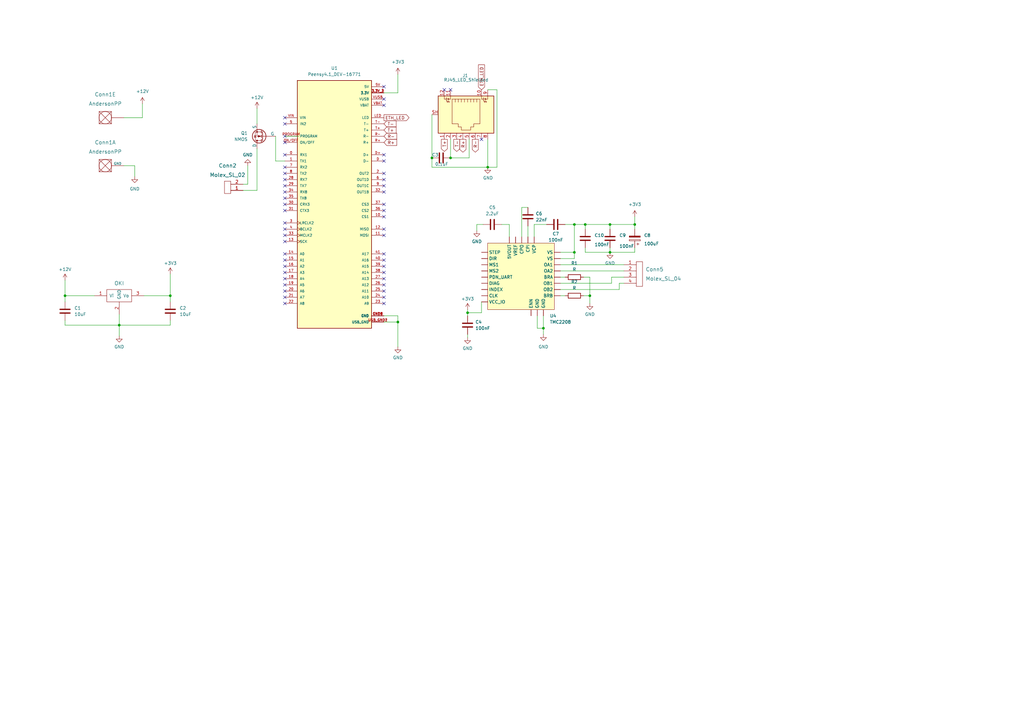
<source format=kicad_sch>
(kicad_sch (version 20230121) (generator eeschema)
  (paper "A3")
  (lib_symbols
    (symbol "Connector:RJ45_LED_Shielded" (pin_names (offset 1.016))
      (property "Reference" "J" (at -5.08 13.97 0))
      (property "Value" "RJ45_LED_Shielded" (at 1.27 13.97 0))
      (symbol "RJ45_LED_Shielded_0_1"
        (polyline (pts (xy -7.62 -7.62) (xy -6.35 -7.62)))
        (polyline (pts (xy -7.62 -5.08) (xy -6.35 -5.08)))
        (polyline (pts (xy -7.62 7.62) (xy -6.35 7.62)))
        (polyline (pts (xy -7.62 10.16) (xy -6.35 10.16)))
        (polyline (pts (xy -6.858 -5.842) (xy -5.842 -5.842)))
        (polyline (pts (xy -6.858 9.398) (xy -5.842 9.398)))
        (polyline (pts (xy -6.35 -7.62) (xy -6.35 -6.858)))
        (polyline (pts (xy -6.35 -5.08) (xy -6.35 -5.842)))
        (polyline (pts (xy -6.35 7.62) (xy -6.35 8.382)))
        (polyline (pts (xy -6.35 10.16) (xy -6.35 9.398)))
        (polyline (pts (xy -5.08 -6.223) (xy -5.207 -6.604)))
        (polyline (pts (xy -5.08 -5.588) (xy -5.207 -5.969)))
        (polyline (pts (xy -5.08 4.445) (xy -6.35 4.445)))
        (polyline (pts (xy -5.08 5.715) (xy -6.35 5.715)))
        (polyline (pts (xy -5.08 9.017) (xy -5.207 8.636)))
        (polyline (pts (xy -5.08 9.652) (xy -5.207 9.271)))
        (polyline (pts (xy -6.35 -3.175) (xy -5.08 -3.175) (xy -5.08 -3.175)))
        (polyline (pts (xy -6.35 -1.905) (xy -5.08 -1.905) (xy -5.08 -1.905)))
        (polyline (pts (xy -6.35 -0.635) (xy -5.08 -0.635) (xy -5.08 -0.635)))
        (polyline (pts (xy -6.35 0.635) (xy -5.08 0.635) (xy -5.08 0.635)))
        (polyline (pts (xy -6.35 1.905) (xy -5.08 1.905) (xy -5.08 1.905)))
        (polyline (pts (xy -5.588 -6.731) (xy -5.08 -6.223) (xy -5.461 -6.35)))
        (polyline (pts (xy -5.588 -6.096) (xy -5.08 -5.588) (xy -5.461 -5.715)))
        (polyline (pts (xy -5.588 8.509) (xy -5.08 9.017) (xy -5.461 8.89)))
        (polyline (pts (xy -5.588 9.144) (xy -5.08 9.652) (xy -5.461 9.525)))
        (polyline (pts (xy -5.08 3.175) (xy -6.35 3.175) (xy -6.35 3.175)))
        (polyline (pts (xy -6.35 -5.842) (xy -6.858 -6.858) (xy -5.842 -6.858) (xy -6.35 -5.842)))
        (polyline (pts (xy -6.35 9.398) (xy -6.858 8.382) (xy -5.842 8.382) (xy -6.35 9.398)))
        (polyline (pts (xy -6.35 -4.445) (xy -6.35 6.985) (xy 3.81 6.985) (xy 3.81 4.445) (xy 5.08 4.445) (xy 5.08 3.175) (xy 6.35 3.175) (xy 6.35 -0.635) (xy 5.08 -0.635) (xy 5.08 -1.905) (xy 3.81 -1.905) (xy 3.81 -4.445) (xy -6.35 -4.445) (xy -6.35 -4.445)))
        (rectangle (start 7.62 12.7) (end -7.62 -10.16) (stroke (width 0.254)) (fill (type background)))
      )
      (symbol "RJ45_LED_Shielded_1_1"
        (pin passive line (at 10.16 -7.62 180) (length 2.54) (name "~") (number "1"))
        (pin passive line (at -10.16 7.62 0) (length 2.54) (name "~") (number "10"))
        (pin passive line (at -10.16 -5.08 0) (length 2.54) (name "~") (number "11"))
        (pin passive line (at -10.16 -7.62 0) (length 2.54) (name "~") (number "12"))
        (pin passive line (at 10.16 -5.08 180) (length 2.54) (name "~") (number "2"))
        (pin passive line (at 10.16 -2.54 180) (length 2.54) (name "~") (number "3"))
        (pin passive line (at 10.16 0 180) (length 2.54) (name "~") (number "4"))
        (pin passive line (at 10.16 2.54 180) (length 2.54) (name "~") (number "5"))
        (pin passive line (at 10.16 5.08 180) (length 2.54) (name "~") (number "6"))
        (pin passive line (at 10.16 7.62 180) (length 2.54) (name "~") (number "7"))
        (pin passive line (at 10.16 10.16 180) (length 2.54) (name "~") (number "8"))
        (pin passive line (at -10.16 10.16 0) (length 2.54) (name "~") (number "9"))
        (pin passive line (at 0 -12.7 90) (length 2.54) (name "~") (number "SH"))
      )
    )
    (symbol "Device:C" (pin_numbers hide) (pin_names (offset 0.254))
      (property "Reference" "C" (at 0.635 2.54 0))
      (property "Value" "C" (at 0.635 -2.54 0))
      (symbol "C_0_1"
        (polyline (pts (xy -2.032 -0.762) (xy 2.032 -0.762)) (stroke (width 0.508)))
        (polyline (pts (xy -2.032 0.762) (xy 2.032 0.762)) (stroke (width 0.508)))
      )
      (symbol "C_1_1"
        (pin passive line (at 0 3.81 270) (length 2.794) (name "~") (number "1"))
        (pin passive line (at 0 -3.81 90) (length 2.794) (name "~") (number "2"))
      )
    )
    (symbol "Device:C_Polarized" (pin_numbers hide) (pin_names (offset 0.254))
      (property "Reference" "C" (at 0.635 2.54 0))
      (property "Value" "C_Polarized" (at 0.635 -2.54 0))
      (symbol "C_Polarized_0_1"
        (rectangle (start -2.286 0.508) (end 2.286 1.016))
        (polyline (pts (xy -1.778 2.286) (xy -0.762 2.286)))
        (polyline (pts (xy -1.27 2.794) (xy -1.27 1.778)))
        (rectangle (start 2.286 -0.508) (end -2.286 -1.016) (fill (type outline)))
      )
      (symbol "C_Polarized_1_1"
        (pin passive line (at 0 3.81 270) (length 2.794) (name "~") (number "1"))
        (pin passive line (at 0 -3.81 90) (length 2.794) (name "~") (number "2"))
      )
    )
    (symbol "Device:R" (pin_numbers hide) (pin_names (offset 0))
      (property "Reference" "R" (at 2.032 0 90))
      (property "Value" "R" (at 0 0 90))
      (symbol "R_0_1"
        (rectangle (start -1.016 -2.54) (end 1.016 2.54) (stroke (width 0.254)))
      )
      (symbol "R_1_1"
        (pin passive line (at 0 3.81 270) (length 1.27) (name "~") (number "1"))
        (pin passive line (at 0 -3.81 90) (length 1.27) (name "~") (number "2"))
      )
    )
    (symbol "MRDT_Connectors:AndersonPP" (pin_numbers hide) (pin_names (offset 0))
      (property "Reference" "Conn" (at 3.81 -1.27 0))
      (property "Value" "AndersonPP" (at 2.54 6.35 0))
      (symbol "AndersonPP_0_1"
        (polyline (pts (xy 0 5.08) (xy 5.08 0)))
        (polyline (pts (xy 5.08 5.08) (xy 0 0)))
        (rectangle (start 0 0) (end 5.08 5.08))
        (circle (center 2.54 2.54) (radius 2.54))
      )
      (symbol "AndersonPP_1_1"
        (pin input line (at 10.16 2.54 180) (length 5.08) (name "GND") (number "1"))
      )
      (symbol "AndersonPP_2_1"
        (pin input line (at 10.16 2.54 180) (length 5.08) (name "V+Log") (number "2"))
      )
      (symbol "AndersonPP_3_1"
        (pin input line (at 10.16 2.54 180) (length 5.08) (name "V+Act") (number "3"))
      )
      (symbol "AndersonPP_4_1"
        (pin input line (at 10.16 2.54 180) (length 5.08) (name "PV+") (number "4"))
      )
      (symbol "AndersonPP_5_1"
        (pin input line (at 10.16 2.54 180) (length 5.08) (name "~") (number "1"))
      )
    )
    (symbol "MRDT_Connectors:Molex_SL_02" (pin_names (offset 1.016))
      (property "Reference" "Conn" (at 3.81 -1.27 0))
      (property "Value" "Molex_SL_02" (at 1.27 6.35 0))
      (symbol "Molex_SL_02_0_1"
        (rectangle (start 0 5.08) (end 2.54 0))
      )
      (symbol "Molex_SL_02_1_1"
        (pin input line (at -5.08 3.81 0) (length 5.08) (name "~") (number "1"))
        (pin input line (at -5.08 1.27 0) (length 5.08) (name "~") (number "2"))
      )
    )
    (symbol "MRDT_Connectors:Molex_SL_04" (pin_names (offset 1.016))
      (property "Reference" "Conn" (at 3.81 -1.27 0))
      (property "Value" "Molex_SL_04" (at 1.27 11.43 0))
      (symbol "Molex_SL_04_0_1"
        (rectangle (start 0 10.16) (end 2.54 0))
      )
      (symbol "Molex_SL_04_1_1"
        (pin input line (at -5.08 8.89 0) (length 5.08) (name "~") (number "1"))
        (pin input line (at -5.08 6.35 0) (length 5.08) (name "~") (number "2"))
        (pin input line (at -5.08 3.81 0) (length 5.08) (name "~") (number "3"))
        (pin input line (at -5.08 1.27 0) (length 5.08) (name "~") (number "4"))
      )
    )
    (symbol "MRDT_Devices:OKI" (pin_names (offset 1.016))
      (property "Value" "OKI" (at 5.08 6.35 0))
      (symbol "OKI_0_1"
        (rectangle (start 0 0) (end 10.16 5.08))
      )
      (symbol "OKI_1_1"
        (pin input line (at -5.08 2.54 0) (length 5.08) (name "Vi") (number "1"))
        (pin output line (at 5.08 -5.08 90) (length 5.08) (name "GND") (number "2"))
        (pin output line (at 15.24 2.54 180) (length 5.08) (name "Vo") (number "3"))
      )
    )
    (symbol "MRDT_Devices:TMC2208"
      (property "Reference" "U?" (at 0 0 0))
      (property "Value" "TMC2208" (at 0 0 0))
      (symbol "TMC2208_1_1"
        (rectangle (start -13.97 13.97) (end 13.335 -13.335) (fill (type background)))
        (pin input line (at -5.08 16.51 270) (length 2.54) (name "5VOUT") (number ""))
        (pin input line (at 15.875 0 180) (length 2.54) (name "BRA") (number ""))
        (pin input line (at 15.875 -7.62 180) (length 2.54) (name "BRB") (number ""))
        (pin input line (at -16.51 -7.62 0) (length 2.54) (name "CLK") (number ""))
        (pin input line (at 2.54 16.51 270) (length 2.54) (name "CPI") (number ""))
        (pin input line (at 0 16.51 270) (length 2.54) (name "CPO") (number ""))
        (pin input line (at -16.51 -2.54 0) (length 2.54) (name "DIAG") (number ""))
        (pin input line (at -16.51 7.62 0) (length 2.54) (name "DIR") (number ""))
        (pin input line (at 3.81 -15.875 90) (length 2.54) (name "ENN") (number ""))
        (pin input line (at 6.35 -15.875 90) (length 2.54) (name "GND") (number ""))
        (pin input line (at 8.89 -15.875 90) (length 2.54) (name "GND") (number ""))
        (pin input line (at -16.51 -5.08 0) (length 2.54) (name "INDEX") (number ""))
        (pin input line (at -16.51 5.08 0) (length 2.54) (name "MS1") (number ""))
        (pin input line (at -16.51 2.54 0) (length 2.54) (name "MS2") (number ""))
        (pin input line (at 15.875 5.08 180) (length 2.54) (name "OA1") (number ""))
        (pin input line (at 15.875 2.54 180) (length 2.54) (name "OA2") (number ""))
        (pin input line (at 15.875 -2.54 180) (length 2.54) (name "OB1") (number ""))
        (pin input line (at 15.875 -5.08 180) (length 2.54) (name "OB2") (number ""))
        (pin input line (at -16.51 0 0) (length 2.54) (name "PDN_UART") (number ""))
        (pin input line (at -16.51 10.16 0) (length 2.54) (name "STEP") (number ""))
        (pin input line (at -16.51 -10.16 0) (length 2.54) (name "VCC_IO") (number ""))
        (pin input line (at 5.08 16.51 270) (length 2.54) (name "VCP") (number ""))
        (pin input line (at -2.54 16.51 270) (length 2.54) (name "VREF") (number ""))
        (pin input line (at 15.875 7.62 180) (length 2.54) (name "VS") (number ""))
        (pin input line (at 15.875 10.16 180) (length 2.54) (name "VS") (number ""))
      )
    )
    (symbol "MRDT_Shields:Teensy4.1_DEV-16771" (pin_names (offset 1.016))
      (property "Reference" "U" (at -15.24 52.07 0))
      (property "Value" "Teensy4.1_DEV-16771" (at -15.24 -53.34 0))
      (symbol "Teensy4.1_DEV-16771_0_0"
        (rectangle (start -15.24 -50.8) (end 15.24 50.8) (stroke (width 0.254)) (fill (type background)))
        (pin bidirectional line (at -20.32 20.32 0) (length 5.08) (name "RX1") (number "0"))
        (pin bidirectional line (at -20.32 17.78 0) (length 5.08) (name "TX1") (number "1"))
        (pin bidirectional line (at 20.32 -5.08 180) (length 5.08) (name "CS1") (number "10"))
        (pin bidirectional line (at 20.32 -12.7 180) (length 5.08) (name "MOSI") (number "11"))
        (pin bidirectional line (at 20.32 -10.16 180) (length 5.08) (name "MISO") (number "12"))
        (pin bidirectional clock (at -20.32 -15.24 0) (length 5.08) (name "SCK") (number "13"))
        (pin bidirectional line (at -20.32 -20.32 0) (length 5.08) (name "A0") (number "14"))
        (pin bidirectional line (at -20.32 -22.86 0) (length 5.08) (name "A1") (number "15"))
        (pin bidirectional line (at -20.32 -25.4 0) (length 5.08) (name "A2") (number "16"))
        (pin bidirectional line (at -20.32 -27.94 0) (length 5.08) (name "A3") (number "17"))
        (pin bidirectional line (at -20.32 -30.48 0) (length 5.08) (name "A4") (number "18"))
        (pin bidirectional line (at -20.32 -33.02 0) (length 5.08) (name "A5") (number "19"))
        (pin output line (at 20.32 12.7 180) (length 5.08) (name "OUT2") (number "2"))
        (pin bidirectional line (at -20.32 -35.56 0) (length 5.08) (name "A6") (number "20"))
        (pin bidirectional line (at -20.32 -38.1 0) (length 5.08) (name "A7") (number "21"))
        (pin bidirectional line (at -20.32 -40.64 0) (length 5.08) (name "A8") (number "22"))
        (pin bidirectional line (at 20.32 -40.64 180) (length 5.08) (name "A9") (number "23"))
        (pin bidirectional line (at 20.32 -38.1 180) (length 5.08) (name "A10") (number "24"))
        (pin bidirectional line (at 20.32 -35.56 180) (length 5.08) (name "A11") (number "25"))
        (pin bidirectional line (at 20.32 -33.02 180) (length 5.08) (name "A12") (number "26"))
        (pin bidirectional line (at 20.32 -30.48 180) (length 5.08) (name "A13") (number "27"))
        (pin bidirectional line (at -20.32 10.16 0) (length 5.08) (name "RX7") (number "28"))
        (pin bidirectional line (at -20.32 7.62 0) (length 5.08) (name "TX7") (number "29"))
        (pin bidirectional clock (at -20.32 -7.62 0) (length 5.08) (name "LRCLK2") (number "3"))
        (pin power_in line (at 20.32 45.72 180) (length 5.08) (name "3.3V") (number "3.3V_1"))
        (pin power_in line (at 20.32 45.72 180) (length 5.08) (name "3.3V") (number "3.3V_2"))
        (pin power_in line (at 20.32 45.72 180) (length 5.08) (name "3.3V") (number "3.3V_3"))
        (pin bidirectional line (at -20.32 0 0) (length 5.08) (name "CRX3") (number "30"))
        (pin bidirectional line (at -20.32 -2.54 0) (length 5.08) (name "CTX3") (number "31"))
        (pin output line (at 20.32 5.08 180) (length 5.08) (name "OUT1B") (number "32"))
        (pin bidirectional clock (at -20.32 -12.7 0) (length 5.08) (name "MCLK2") (number "33"))
        (pin bidirectional line (at -20.32 5.08 0) (length 5.08) (name "RX8") (number "34"))
        (pin bidirectional line (at -20.32 2.54 0) (length 5.08) (name "TX8") (number "35"))
        (pin bidirectional line (at 20.32 -2.54 180) (length 5.08) (name "CS2") (number "36"))
        (pin bidirectional line (at 20.32 0 180) (length 5.08) (name "CS3") (number "37"))
        (pin bidirectional line (at 20.32 -27.94 180) (length 5.08) (name "A14") (number "38"))
        (pin bidirectional line (at 20.32 -25.4 180) (length 5.08) (name "A15") (number "39"))
        (pin bidirectional clock (at -20.32 -10.16 0) (length 5.08) (name "BCLK2") (number "4"))
        (pin bidirectional line (at 20.32 -22.86 180) (length 5.08) (name "A16") (number "40"))
        (pin bidirectional line (at 20.32 -20.32 180) (length 5.08) (name "A17") (number "41"))
        (pin bidirectional line (at -20.32 33.02 0) (length 5.08) (name "IN2") (number "5"))
        (pin power_in line (at 20.32 48.26 180) (length 5.08) (name "5V") (number "5V"))
        (pin output line (at 20.32 10.16 180) (length 5.08) (name "OUT1D") (number "6"))
        (pin bidirectional line (at -20.32 15.24 0) (length 5.08) (name "RX2") (number "7"))
        (pin bidirectional line (at -20.32 12.7 0) (length 5.08) (name "TX2") (number "8"))
        (pin output line (at 20.32 7.62 180) (length 5.08) (name "OUT1C") (number "9"))
        (pin bidirectional line (at 20.32 17.78 180) (length 5.08) (name "D-") (number "D"))
        (pin bidirectional line (at 20.32 20.32 180) (length 5.08) (name "D+") (number "D+"))
        (pin power_in line (at 20.32 -45.72 180) (length 5.08) (name "GND") (number "GND1"))
        (pin power_in line (at 20.32 -45.72 180) (length 5.08) (name "GND") (number "GND2"))
        (pin power_in line (at 20.32 -45.72 180) (length 5.08) (name "GND") (number "GND3"))
        (pin power_in line (at 20.32 -45.72 180) (length 5.08) (name "GND") (number "GND4"))
        (pin power_in line (at 20.32 -45.72 180) (length 5.08) (name "GND") (number "GND5"))
        (pin bidirectional line (at 20.32 35.56 180) (length 5.08) (name "LED") (number "LED"))
        (pin bidirectional line (at -20.32 25.4 0) (length 5.08) (name "ON/OFF") (number "ON/OFF"))
        (pin bidirectional line (at -20.32 27.94 0) (length 5.08) (name "PROGRAM") (number "PROGRAM"))
        (pin bidirectional line (at 20.32 25.4 180) (length 5.08) (name "R+") (number "R+"))
        (pin bidirectional line (at 20.32 27.94 180) (length 5.08) (name "R-") (number "R-"))
        (pin bidirectional line (at 20.32 30.48 180) (length 5.08) (name "T+") (number "T+"))
        (pin bidirectional line (at 20.32 33.02 180) (length 5.08) (name "T-") (number "T-"))
        (pin power_in line (at 20.32 -48.26 180) (length 5.08) (name "USB_GND") (number "USB_GND1"))
        (pin power_in line (at 20.32 -48.26 180) (length 5.08) (name "USB_GND") (number "USB_GND2"))
        (pin passive line (at 20.32 40.64 180) (length 5.08) (name "VBAT") (number "VBAT"))
        (pin input line (at -20.32 35.56 0) (length 5.08) (name "VIN") (number "VIN"))
        (pin passive line (at 20.32 43.18 180) (length 5.08) (name "VUSB") (number "VUSB"))
      )
    )
    (symbol "Simulation_SPICE:NMOS" (pin_numbers hide) (pin_names (offset 0))
      (property "Reference" "Q" (at 5.08 1.27 0))
      (property "Value" "NMOS" (at 5.08 -1.27 0))
      (symbol "NMOS_0_1"
        (polyline (pts (xy 0.254 0) (xy -2.54 0)))
        (polyline (pts (xy 0.254 1.905) (xy 0.254 -1.905)) (stroke (width 0.254)))
        (polyline (pts (xy 0.762 -1.27) (xy 0.762 -2.286)) (stroke (width 0.254)))
        (polyline (pts (xy 0.762 0.508) (xy 0.762 -0.508)) (stroke (width 0.254)))
        (polyline (pts (xy 0.762 2.286) (xy 0.762 1.27)) (stroke (width 0.254)))
        (polyline (pts (xy 2.54 2.54) (xy 2.54 1.778)))
        (polyline (pts (xy 2.54 -2.54) (xy 2.54 0) (xy 0.762 0)))
        (polyline (pts (xy 0.762 -1.778) (xy 3.302 -1.778) (xy 3.302 1.778) (xy 0.762 1.778)))
        (polyline (pts (xy 1.016 0) (xy 2.032 0.381) (xy 2.032 -0.381) (xy 1.016 0)) (fill (type outline)))
        (polyline (pts (xy 2.794 0.508) (xy 2.921 0.381) (xy 3.683 0.381) (xy 3.81 0.254)))
        (polyline (pts (xy 3.302 0.381) (xy 2.921 -0.254) (xy 3.683 -0.254) (xy 3.302 0.381)))
        (circle (center 1.651 0) (radius 2.794) (stroke (width 0.254)))
        (circle (center 2.54 -1.778) (radius 0.254) (fill (type outline)))
        (circle (center 2.54 1.778) (radius 0.254) (fill (type outline)))
      )
      (symbol "NMOS_1_1"
        (pin passive line (at 2.54 5.08 270) (length 2.54) (name "D") (number "1"))
        (pin input line (at -5.08 0 0) (length 2.54) (name "G") (number "2"))
        (pin passive line (at 2.54 -5.08 90) (length 2.54) (name "S") (number "3"))
      )
    )
    (symbol "power:+12V" (power) (pin_names (offset 0))
      (property "Value" "+12V" (at 0 3.556 0))
      (symbol "+12V_0_1"
        (polyline (pts (xy -0.762 1.27) (xy 0 2.54)))
        (polyline (pts (xy 0 0) (xy 0 2.54)))
        (polyline (pts (xy 0 2.54) (xy 0.762 1.27)))
      )
      (symbol "+12V_1_1"
        (pin power_in line (at 0 0 90) (length 0) hide (name "+12V") (number "1"))
      )
    )
    (symbol "power:+3V3" (power) (pin_names (offset 0))
      (property "Value" "+3V3" (at 0 3.556 0))
      (symbol "+3V3_0_1"
        (polyline (pts (xy -0.762 1.27) (xy 0 2.54)))
        (polyline (pts (xy 0 0) (xy 0 2.54)))
        (polyline (pts (xy 0 2.54) (xy 0.762 1.27)))
      )
      (symbol "+3V3_1_1"
        (pin power_in line (at 0 0 90) (length 0) hide (name "+3V3") (number "1"))
      )
    )
    (symbol "power:GND" (power) (pin_names (offset 0))
      (property "Value" "GND" (at 0 -3.81 0))
      (symbol "GND_0_1"
        (polyline (pts (xy 0 0) (xy 0 -1.27) (xy 1.27 -1.27) (xy 0 -2.54) (xy -1.27 -1.27) (xy 0 -1.27)))
      )
      (symbol "GND_1_1"
        (pin power_in line (at 0 0 270) (length 0) hide (name "GND") (number "1"))
      )
    )
  )
  (junction (at 200.025 68.58))
  (junction (at 48.895 133.35))
  (junction (at 184.785 64.77))
  (junction (at 69.85 121.285))
  (junction (at 250.19 103.505))
  (junction (at 260.35 92.075))
  (junction (at 222.885 134.62))
  (junction (at 235.585 103.505))
  (junction (at 163.195 132.08))
  (junction (at 191.77 128.27))
  (junction (at 26.67 121.285))
  (junction (at 240.03 92.075))
  (junction (at 235.585 92.075))
  (junction (at 177.165 64.77))
  (junction (at 241.935 121.285))
  (junction (at 250.19 92.075))
  (no_connect (at 157.48 119.38))
  (no_connect (at 116.84 68.58))
  (no_connect (at 157.48 78.74))
  (no_connect (at 157.48 83.82))
  (no_connect (at 157.48 111.76))
  (no_connect (at 157.48 88.9))
  (no_connect (at 116.84 99.06))
  (no_connect (at 116.84 86.36))
  (no_connect (at 157.48 63.5))
  (no_connect (at 116.84 81.28))
  (no_connect (at 116.84 119.38))
  (no_connect (at 184.785 36.83))
  (no_connect (at 116.84 83.82))
  (no_connect (at 157.48 35.56))
  (no_connect (at 157.48 71.12))
  (no_connect (at 157.48 40.64))
  (no_connect (at 197.485 57.15))
  (no_connect (at 157.48 76.2))
  (no_connect (at 116.84 96.52))
  (no_connect (at 157.48 93.98))
  (no_connect (at 116.84 48.26))
  (no_connect (at 157.48 86.36))
  (no_connect (at 157.48 96.52))
  (no_connect (at 157.48 116.84))
  (no_connect (at 116.84 78.74))
  (no_connect (at 157.48 104.14))
  (no_connect (at 116.84 114.3))
  (no_connect (at 116.84 121.92))
  (no_connect (at 116.84 106.68))
  (no_connect (at 116.84 50.8))
  (no_connect (at 157.48 66.04))
  (no_connect (at 116.84 91.44))
  (no_connect (at 157.48 106.68))
  (no_connect (at 182.245 36.83))
  (no_connect (at 116.84 93.98))
  (no_connect (at 157.48 73.66))
  (no_connect (at 157.48 124.46))
  (no_connect (at 116.84 109.22))
  (no_connect (at 116.84 124.46))
  (no_connect (at 157.48 109.22))
  (no_connect (at 116.84 55.88))
  (no_connect (at 116.84 116.84))
  (no_connect (at 116.84 58.42))
  (no_connect (at 157.48 121.92))
  (no_connect (at 116.84 111.76))
  (no_connect (at 116.84 71.12))
  (no_connect (at 116.84 104.14))
  (no_connect (at 157.48 114.3))
  (no_connect (at 116.84 63.5))
  (no_connect (at 116.84 76.2))
  (no_connect (at 116.84 73.66))
  (no_connect (at 157.48 43.18))
  (wire (pts (xy 191.77 127) (xy 191.77 128.27)))
  (wire (pts (xy 192.405 64.77) (xy 184.785 64.77)))
  (wire (pts (xy 184.785 57.15) (xy 184.785 64.77)))
  (wire (pts (xy 157.48 38.1) (xy 163.195 38.1)))
  (wire (pts (xy 260.35 93.98) (xy 260.35 92.075)))
  (wire (pts (xy 55.245 67.945) (xy 55.245 72.39)))
  (wire (pts (xy 235.585 92.075) (xy 235.585 103.505)))
  (wire (pts (xy 48.895 133.35) (xy 48.895 137.795)))
  (wire (pts (xy 250.19 101.6) (xy 250.19 103.505)))
  (wire (pts (xy 240.03 103.505) (xy 250.19 103.505)))
  (wire (pts (xy 235.585 92.075) (xy 240.03 92.075)))
  (wire (pts (xy 213.995 85.09) (xy 213.995 97.155)))
  (wire (pts (xy 250.19 92.075) (xy 260.35 92.075)))
  (wire (pts (xy 163.195 132.08) (xy 163.195 142.24)))
  (wire (pts (xy 219.075 97.155) (xy 219.075 92.075)))
  (wire (pts (xy 222.885 129.54) (xy 222.885 134.62)))
  (wire (pts (xy 116.84 66.04) (xy 113.03 66.04)))
  (wire (pts (xy 254 118.745) (xy 254 116.205)))
  (wire (pts (xy 260.35 101.6) (xy 260.35 103.505)))
  (wire (pts (xy 113.03 66.04) (xy 113.03 55.88)))
  (wire (pts (xy 59.055 121.285) (xy 69.85 121.285)))
  (wire (pts (xy 229.87 111.125) (xy 255.905 111.125)))
  (wire (pts (xy 200.025 57.15) (xy 200.025 68.58)))
  (wire (pts (xy 48.895 128.905) (xy 48.895 133.35)))
  (wire (pts (xy 157.48 129.54) (xy 163.195 129.54)))
  (wire (pts (xy 177.165 46.99) (xy 177.165 64.77)))
  (wire (pts (xy 101.6 75.565) (xy 101.6 67.945)))
  (wire (pts (xy 222.885 134.62) (xy 222.885 137.16)))
  (wire (pts (xy 208.915 92.075) (xy 205.74 92.075)))
  (wire (pts (xy 69.85 112.395) (xy 69.85 121.285)))
  (wire (pts (xy 105.41 44.45) (xy 105.41 50.8)))
  (wire (pts (xy 177.165 68.58) (xy 200.025 68.58)))
  (wire (pts (xy 250.19 93.98) (xy 250.19 92.075)))
  (wire (pts (xy 105.41 78.105) (xy 99.695 78.105)))
  (wire (pts (xy 26.67 114.935) (xy 26.67 121.285)))
  (wire (pts (xy 229.87 118.745) (xy 254 118.745)))
  (wire (pts (xy 26.67 133.35) (xy 48.895 133.35)))
  (wire (pts (xy 69.85 133.35) (xy 48.895 133.35)))
  (wire (pts (xy 250.825 113.665) (xy 255.905 113.665)))
  (wire (pts (xy 198.12 92.075) (xy 195.58 92.075)))
  (wire (pts (xy 260.35 88.9) (xy 260.35 92.075)))
  (wire (pts (xy 50.8 67.945) (xy 55.245 67.945)))
  (wire (pts (xy 208.915 97.155) (xy 208.915 92.075)))
  (wire (pts (xy 200.025 68.58) (xy 203.835 68.58)))
  (wire (pts (xy 26.67 123.825) (xy 26.67 121.285)))
  (wire (pts (xy 26.67 131.445) (xy 26.67 133.35)))
  (wire (pts (xy 157.48 132.08) (xy 163.195 132.08)))
  (wire (pts (xy 163.195 129.54) (xy 163.195 132.08)))
  (wire (pts (xy 239.395 113.665) (xy 241.935 113.665)))
  (wire (pts (xy 191.77 128.27) (xy 197.485 128.27)))
  (wire (pts (xy 216.535 92.71) (xy 216.535 97.155)))
  (wire (pts (xy 254 116.205) (xy 255.905 116.205)))
  (wire (pts (xy 58.42 48.26) (xy 58.42 42.545)))
  (wire (pts (xy 203.835 36.83) (xy 200.025 36.83)))
  (wire (pts (xy 241.935 113.665) (xy 241.935 121.285)))
  (wire (pts (xy 240.03 101.6) (xy 240.03 103.505)))
  (wire (pts (xy 240.03 92.075) (xy 240.03 93.98)))
  (wire (pts (xy 203.835 36.83) (xy 203.835 68.58)))
  (wire (pts (xy 177.165 64.77) (xy 177.165 68.58)))
  (wire (pts (xy 229.87 113.665) (xy 231.775 113.665)))
  (wire (pts (xy 229.87 116.205) (xy 250.825 116.205)))
  (wire (pts (xy 239.395 121.285) (xy 241.935 121.285)))
  (wire (pts (xy 38.735 121.285) (xy 26.67 121.285)))
  (wire (pts (xy 235.585 103.505) (xy 235.585 106.045)))
  (wire (pts (xy 69.85 123.825) (xy 69.85 121.285)))
  (wire (pts (xy 220.345 134.62) (xy 222.885 134.62)))
  (wire (pts (xy 240.03 92.075) (xy 250.19 92.075)))
  (wire (pts (xy 241.935 121.285) (xy 241.935 124.46)))
  (wire (pts (xy 219.075 92.075) (xy 224.155 92.075)))
  (wire (pts (xy 50.8 48.26) (xy 58.42 48.26)))
  (wire (pts (xy 229.87 106.045) (xy 235.585 106.045)))
  (wire (pts (xy 250.19 103.505) (xy 260.35 103.505)))
  (wire (pts (xy 195.58 92.075) (xy 195.58 94.615)))
  (wire (pts (xy 105.41 60.96) (xy 105.41 78.105)))
  (wire (pts (xy 163.195 38.1) (xy 163.195 30.48)))
  (wire (pts (xy 229.87 108.585) (xy 255.905 108.585)))
  (wire (pts (xy 229.87 121.285) (xy 231.775 121.285)))
  (wire (pts (xy 69.85 131.445) (xy 69.85 133.35)))
  (wire (pts (xy 250.825 116.205) (xy 250.825 113.665)))
  (wire (pts (xy 99.695 75.565) (xy 101.6 75.565)))
  (wire (pts (xy 116.84 55.88) (xy 122.555 55.88)))
  (wire (pts (xy 192.405 57.15) (xy 192.405 64.77)))
  (wire (pts (xy 191.77 137.16) (xy 191.77 138.43)))
  (wire (pts (xy 220.345 129.54) (xy 220.345 134.62)))
  (wire (pts (xy 191.77 128.27) (xy 191.77 129.54)))
  (wire (pts (xy 197.485 128.27) (xy 197.485 123.825)))
  (wire (pts (xy 231.775 92.075) (xy 235.585 92.075)))
  (wire (pts (xy 216.535 85.09) (xy 213.995 85.09)))
  (wire (pts (xy 229.87 103.505) (xy 235.585 103.505)))
  (global_label "T+" (shape output) (at 182.245 57.15 270) (property "Intersheetrefs" "${INTERSHEET_REFS}" (effects hide)))
  (global_label "R-" (shape output) (at 194.945 57.15 270) (property "Intersheetrefs" "${INTERSHEET_REFS}" (effects hide)))
  (global_label "R-" (shape input) (at 157.48 55.88 0) (property "Intersheetrefs" "${INTERSHEET_REFS}" (effects hide)))
  (global_label "R+" (shape input) (at 157.48 58.42 0) (property "Intersheetrefs" "${INTERSHEET_REFS}" (effects hide)))
  (global_label "T-" (shape input) (at 157.48 50.8 0) (property "Intersheetrefs" "${INTERSHEET_REFS}" (effects hide)))
  (global_label "ETH_LED" (shape input) (at 197.485 36.83 90) (property "Intersheetrefs" "${INTERSHEET_REFS}" (effects hide)))
  (global_label "T-" (shape output) (at 187.325 57.15 270) (property "Intersheetrefs" "${INTERSHEET_REFS}" (effects hide)))
  (global_label "R+" (shape output) (at 189.865 57.15 270) (property "Intersheetrefs" "${INTERSHEET_REFS}" (effects hide)))
  (global_label "ETH_LED" (shape output) (at 157.48 48.26 0) (property "Intersheetrefs" "${INTERSHEET_REFS}" (effects hide)))
  (global_label "T+" (shape input) (at 157.48 53.34 0) (property "Intersheetrefs" "${INTERSHEET_REFS}" (effects hide)))
  (symbol (lib_id "power:GND") (at 222.885 137.16 0) (unit 1)
    (property "Reference" "#PWR014" (effects hide))
    (property "Value" "GND" (at 222.885 142.24 0))
  )
  (symbol (lib_id "power:+12V") (at 26.67 114.935 0) (unit 1)
    (property "Reference" "#PWR09" (effects hide))
    (property "Value" "+12V" (at 26.67 110.49 0))
  )
  (symbol (lib_id "power:GND") (at 191.77 138.43 0) (unit 1)
    (property "Reference" "#PWR011" (effects hide))
    (property "Value" "GND" (at 191.77 142.875 0))
  )
  (symbol (lib_id "MRDT_Devices:OKI") (at 43.815 123.825 0) (unit 1)
    (property "Reference" "U2" (effects hide))
    (property "Value" "OKI" (at 48.895 116.205 0) (effects (font (size 1.524 1.524))))
    (property "Footprint" "MRDT_Devices:OKI_Horizontal" (effects hide))
  )
  (symbol (lib_id "power:+3V3") (at 163.195 30.48 0) (unit 1)
    (property "Reference" "#PWR06" (effects hide))
    (property "Value" "+3V3" (at 163.195 25.4 0))
  )
  (symbol (lib_id "Device:R") (at 235.585 113.665 90) (unit 1)
    (property "Reference" "R1" (at 235.585 107.95 90))
    (property "Value" "R" (at 235.585 110.49 90))
  )
  (symbol (lib_id "power:GND") (at 195.58 94.615 0) (unit 1)
    (property "Reference" "#PWR012" (effects hide))
    (property "Value" "GND" (at 195.58 99.06 0))
  )
  (symbol (lib_id "Device:C") (at 180.975 64.77 270) (unit 1)
    (property "Reference" "C3" (at 177.165 63.5 90) (effects (justify left)))
    (property "Value" "0.1uF" (at 178.435 67.31 90) (effects (justify left)))
    (property "Footprint" "Capacitor_SMD:C_0603_1608Metric_Pad1.08x0.95mm_HandSolder" (effects hide))
    (property "Datasheet" "https://media.digikey.com/pdf/Data%20Sheets/Samsung%20PDFs/CL10B104KO8NNNC_Spec.pdf" (effects hide))
  )
  (symbol (lib_id "power:+3V3") (at 69.85 112.395 0) (unit 1)
    (property "Reference" "#PWR05" (effects hide))
    (property "Value" "+3V3" (at 69.85 107.95 0))
  )
  (symbol (lib_id "MRDT_Devices:TMC2208") (at 213.995 113.665 0) (unit 1)
    (property "Reference" "U4" (at 225.4565 129.54 0) (effects (justify left)))
    (property "Value" "TMC2208" (at 225.4565 132.08 0) (effects (justify left)))
  )
  (symbol (lib_id "power:GND") (at 163.195 142.24 0) (unit 1)
    (property "Reference" "#PWR04" (effects hide))
    (property "Value" "GND" (at 163.195 146.685 0))
  )
  (symbol (lib_id "power:GND") (at 48.895 137.795 0) (unit 1)
    (property "Reference" "#PWR02" (effects hide))
    (property "Value" "GND" (at 48.895 142.24 0))
  )
  (symbol (lib_id "Device:C") (at 26.67 127.635 0) (unit 1)
    (property "Reference" "C1" (at 30.48 126.365 0) (effects (justify left)))
    (property "Value" "10uF" (at 30.48 128.905 0) (effects (justify left)))
    (property "Footprint" "Capacitor_SMD:C_0603_1608Metric_Pad1.08x0.95mm_HandSolder" (effects hide))
  )
  (symbol (lib_id "power:GND") (at 250.19 103.505 0) (unit 1)
    (property "Reference" "#PWR016" (effects hide))
    (property "Value" "GND" (at 250.19 107.95 0))
  )
  (symbol (lib_id "power:GND") (at 55.245 72.39 0) (unit 1)
    (property "Reference" "#PWR03" (effects hide))
    (property "Value" "GND" (at 55.245 77.47 0))
  )
  (symbol (lib_id "Device:C") (at 201.93 92.075 90) (unit 1)
    (property "Reference" "C5" (at 201.93 85.09 90))
    (property "Value" "2.2uF" (at 201.93 87.63 90))
  )
  (symbol (lib_id "Device:C") (at 216.535 88.9 180) (unit 1)
    (property "Reference" "C6" (at 219.71 87.6299 0) (effects (justify right)))
    (property "Value" "22nF" (at 219.71 90.1699 0) (effects (justify right)))
  )
  (symbol (lib_id "MRDT_Connectors:Molex_SL_04") (at 260.985 117.475 0) (unit 1)
    (property "Reference" "Conn5" (at 264.795 110.49 0) (effects (font (size 1.524 1.524)) (justify left)))
    (property "Value" "Molex_SL_04" (at 264.795 114.3 0) (effects (font (size 1.524 1.524)) (justify left)))
  )
  (symbol (lib_id "Connector:RJ45_LED_Shielded") (at 189.865 46.99 270) (unit 1)
    (property "Reference" "J1" (at 189.611 30.988 90) (effects (justify left)))
    (property "Value" "RJ45_LED_Shielded" (at 181.991 32.766 90) (effects (justify left)))
    (property "Footprint" "MRDT_Connectors:RJ45_Teensy" (effects hide))
    (property "Description " "On BMS Box" (effects hide))
  )
  (symbol (lib_id "Device:C") (at 250.19 97.79 0) (unit 1)
    (property "Reference" "C9" (at 254 96.5199 0) (effects (justify left)))
    (property "Value" "100nF" (at 254 100.965 0) (effects (justify left)))
  )
  (symbol (lib_id "Simulation_SPICE:NMOS") (at 107.95 55.88 180) (unit 1)
    (property "Reference" "Q1" (at 101.6 54.6099 0) (effects (justify left)))
    (property "Value" "NMOS" (at 101.6 57.1499 0) (effects (justify left)))
    (property "Datasheet" "https://ngspice.sourceforge.io/docs/ngspice-manual.pdf" (effects hide))
    (property "Sim.Device" "NMOS" (effects hide))
    (property "Sim.Type" "VDMOS" (effects hide))
    (property "Sim.Pins" "1=D 2=G 3=S" (effects hide))
  )
  (symbol (lib_id "power:+3V3") (at 191.77 127 0) (unit 1)
    (property "Reference" "#PWR017" (effects hide))
    (property "Value" "+3V3" (at 191.77 122.555 0))
  )
  (symbol (lib_id "MRDT_Connectors:Molex_SL_02") (at 94.615 74.295 180) (unit 1)
    (property "Reference" "Conn2" (at 93.345 67.945 0) (effects (font (size 1.524 1.524))))
    (property "Value" "Molex_SL_02" (at 93.345 71.755 0) (effects (font (size 1.524 1.524))))
  )
  (symbol (lib_id "power:+12V") (at 58.42 42.545 0) (unit 1)
    (property "Reference" "#PWR01" (effects hide))
    (property "Value" "+12V" (at 58.42 37.465 0))
  )
  (symbol (lib_id "power:+3V3") (at 260.35 88.9 0) (unit 1)
    (property "Reference" "#PWR015" (effects hide))
    (property "Value" "+3V3" (at 260.35 83.82 0))
  )
  (symbol (lib_id "Device:C") (at 69.85 127.635 0) (unit 1)
    (property "Reference" "C2" (at 73.66 126.365 0) (effects (justify left)))
    (property "Value" "10uF" (at 73.66 128.905 0) (effects (justify left)))
    (property "Footprint" "Capacitor_SMD:C_0603_1608Metric_Pad1.08x0.95mm_HandSolder" (effects hide))
  )
  (symbol (lib_id "Device:R") (at 235.585 121.285 90) (unit 1)
    (property "Reference" "R2" (at 235.585 115.57 90))
    (property "Value" "R" (at 235.585 118.11 90))
  )
  (symbol (lib_id "MRDT_Connectors:AndersonPP") (at 40.64 50.8 0) (unit 5)
    (property "Reference" "Conn1" (at 43.18 38.735 0) (effects (font (size 1.524 1.524))))
    (property "Value" "AndersonPP" (at 43.18 42.545 0) (effects (font (size 1.524 1.524))))
  )
  (symbol (lib_id "Device:C") (at 191.77 133.35 180) (unit 1)
    (property "Reference" "C4" (at 194.945 132.0799 0) (effects (justify right)))
    (property "Value" "100nF" (at 194.945 134.6199 0) (effects (justify right)))
  )
  (symbol (lib_id "MRDT_Shields:Teensy4.1_DEV-16771") (at 137.16 83.82 0) (unit 1)
    (property "Reference" "U1" (at 137.16 27.94 0))
    (property "Value" "Peensy4.1_DEV-16771" (at 137.16 30.48 0))
    (property "Footprint" "MODULE_DEV-16771" (effects hide))
    (property "STANDARD" "Manufacturer recommendations" (effects hide))
    (property "MAXIMUM_PACKAGE_HEIGHT" "4.07mm" (effects hide))
    (property "MANUFACTURER" "SparkFun Electronics" (effects hide))
    (property "PARTREV" "4.1" (effects hide))
  )
  (symbol (lib_id "MRDT_Connectors:AndersonPP") (at 40.64 70.485 0) (unit 1)
    (property "Reference" "Conn1" (at 43.18 58.42 0) (effects (font (size 1.524 1.524))))
    (property "Value" "AndersonPP" (at 43.18 62.23 0) (effects (font (size 1.524 1.524))))
    (property "Footprint" "MRDT_Connectors:Square_Anderson_2_H_Side_By_Side_PV" (effects hide))
  )
  (symbol (lib_id "Device:C") (at 227.965 92.075 90) (unit 1)
    (property "Reference" "C7" (at 227.965 95.885 90))
    (property "Value" "100nF" (at 227.965 98.425 90))
  )
  (symbol (lib_id "Device:C_Polarized") (at 260.35 97.79 180) (unit 1)
    (property "Reference" "C8" (at 264.16 96.52 0) (effects (justify right)))
    (property "Value" "100uF" (at 264.16 99.9489 0) (effects (justify right)))
  )
  (symbol (lib_id "power:+12V") (at 105.41 44.45 0) (unit 1)
    (property "Reference" "#PWR08" (effects hide))
    (property "Value" "+12V" (at 105.41 40.005 0))
  )
  (symbol (lib_id "power:GND") (at 101.6 67.945 180) (unit 1)
    (property "Reference" "#PWR07" (effects hide))
    (property "Value" "GND" (at 101.6 63.5 0))
  )
  (symbol (lib_id "power:GND") (at 200.025 68.58 0) (unit 1)
    (property "Reference" "#PWR010" (effects hide))
    (property "Value" "GND" (at 200.152 72.9742 0))
  )
  (symbol (lib_id "power:GND") (at 241.935 124.46 0) (unit 1)
    (property "Reference" "#PWR013" (effects hide))
    (property "Value" "GND" (at 241.935 128.905 0))
  )
  (symbol (lib_id "Device:C") (at 240.03 97.79 0) (unit 1)
    (property "Reference" "C10" (at 243.84 96.5199 0) (effects (justify left)))
    (property "Value" "100nF" (at 243.84 100.33 0) (effects (justify left)))
  )
)
</source>
